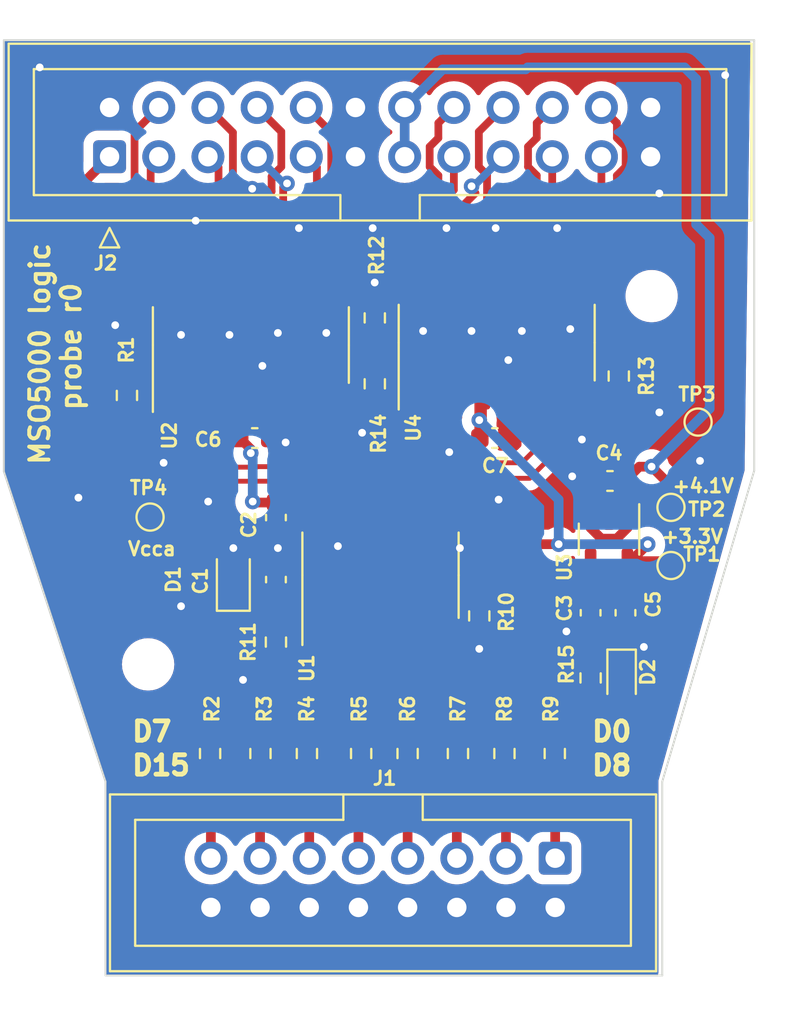
<source format=kicad_pcb>
(kicad_pcb (version 20221018) (generator pcbnew)
  (layers (0 "F.Cu" signal) (31 "B.Cu" signal) (34 "B.Paste" user) (35 "F.Paste" user) (36 "B.SilkS" user "B.Silkscreen") (37 "F.SilkS" user "F.Silkscreen") (38 "B.Mask" user) (39 "F.Mask" user) (44 "Edge.Cuts" user))
  (net 0 "")
  (net 1 "VCC")
  (net 2 "GND")
  (net 3 "+3V3")
  (net 4 "Net-(U3-BP)")
  (net 5 "+4V")
  (net 6 "/D7")
  (net 7 "/D6")
  (net 8 "/D5")
  (net 9 "/D4")
  (net 10 "/D3")
  (net 11 "/D2")
  (net 12 "/D1")
  (net 13 "/D0")
  (net 14 "/D0_P")
  (net 15 "/D0_N")
  (net 16 "/D1_P")
  (net 17 "/D1_N")
  (net 18 "/D2_P")
  (net 19 "/D2_N")
  (net 20 "/D3_P")
  (net 21 "/D3_N")
  (net 22 "/D4_P")
  (net 23 "/D4_N")
  (net 24 "/D5_P")
  (net 25 "/D5_N")
  (net 26 "/D6_P")
  (net 27 "/D6_N")
  (net 28 "/D7_P")
  (net 29 "/D7_N")
  (net 30 "Net-(U2-EN)")
  (net 31 "Net-(U1-A1)")
  (net 32 "Net-(U1-A2)")
  (net 33 "Net-(U1-A3)")
  (net 34 "Net-(U1-A4)")
  (net 35 "Net-(U1-A5)")
  (net 36 "Net-(U1-A6)")
  (net 37 "Net-(U1-A7)")
  (net 38 "Net-(U1-A8)")
  (net 39 "Net-(U1-Dir2)")
  (net 40 "Net-(U1-Dir1)")
  (net 41 "Net-(U2-EN*)")
  (net 42 "Net-(U4-EN*)")
  (net 43 "Net-(U4-EN)")
  (net 44 "Net-(U1-B8)")
  (net 45 "Net-(U1-B7)")
  (net 46 "Net-(U1-B6)")
  (net 47 "Net-(U1-B5)")
  (net 48 "Net-(U1-B4)")
  (net 49 "Net-(U1-B3)")
  (net 50 "Net-(U1-B2)")
  (net 51 "Net-(U1-B1)")
  (net 52 "Net-(D2-A)")
  (footprint "Capacitor_SMD:C_0603_1608Metric" (layer "F.Cu") (at 125.3 76.9875 180)
    (fp_text reference "C4")
    (fp_text value "2.2uF")
  )
  (footprint "Resistor_SMD:R_0603_1608Metric" (layer "F.Cu") (at 119.85 91.05 90)
    (fp_text reference "R8")
    (fp_text value "100R")
  )
  (footprint "Capacitor_SMD:C_0603_1608Metric" (layer "F.Cu") (at 124.3 83.7875 -90)
    (fp_text reference "C3")
    (fp_text value "470pF")
  )
  (footprint "Resistor_SMD:R_0603_1608Metric" (layer "F.Cu") (at 108.05 85.3 90)
    (fp_text reference "R11")
    (fp_text value "0R")
  )
  (footprint "MountingHole:MountingHole_2.2mm_M2" (layer "F.Cu") (at 101.45 86.45 90)
    (fp_text reference "H1" hide)
    (fp_text value "MountingHole")
  )
  (footprint "Package_SO:SOIC-16_3.9x9.9mm_P1.27mm" (layer "F.Cu") (at 119.45 69.85 90)
    (fp_text reference "U4")
    (fp_text value "DS90LV047A")
  )
  (footprint "Package_SO:SOIC-16_3.9x9.9mm_P1.27mm" (layer "F.Cu") (at 106.755 69.975 90)
    (fp_text reference "U2")
    (fp_text value "DS90LV047A")
  )
  (footprint "LED_SMD:LED_0603_1608Metric" (layer "F.Cu") (at 125.9 87.175 -90)
    (fp_text reference "D2")
    (fp_text value "LED_GRN")
  )
  (footprint "Resistor_SMD:R_0603_1608Metric" (layer "F.Cu") (at 112.45 91.05 90)
    (fp_text reference "R5")
    (fp_text value "100R")
  )
  (footprint "Resistor_SMD:R_0603_1608Metric" (layer "F.Cu") (at 125.755 71.575 -90)
    (fp_text reference "R13")
    (fp_text value "0R")
  )
  (footprint "TestPoint:TestPoint_Pad_D1.0mm" (layer "F.Cu") (at 128.45 78.35 90)
    (fp_text reference "TP2")
    (fp_text value "TP_1MM")
  )
  (footprint "Resistor_SMD:R_0603_1608Metric" (layer "F.Cu") (at 124.3 87.15 -90)
    (fp_text reference "R15")
    (fp_text value "1K")
  )
  (footprint "TestPoint:TestPoint_Pad_D1.0mm" (layer "F.Cu") (at 101.55 78.85 90)
    (fp_text reference "TP4")
    (fp_text value "TP_1MM")
  )
  (footprint "TestPoint:TestPoint_Pad_D1.0mm" (layer "F.Cu") (at 129.85 73.95 90)
    (fp_text reference "TP3")
    (fp_text value "TP_1MM")
  )
  (footprint "Resistor_SMD:R_0603_1608Metric" (layer "F.Cu") (at 122.45 91.05 90)
    (fp_text reference "R9")
    (fp_text value "100R")
  )
  (footprint "Resistor_SMD:R_0603_1608Metric" (layer "F.Cu") (at 100.355 72.575 -90)
    (fp_text reference "R1")
    (fp_text value "0R")
  )
  (footprint "Resistor_SMD:R_0603_1608Metric" (layer "F.Cu") (at 114.85 91.05 90)
    (fp_text reference "R6")
    (fp_text value "100R")
  )
  (footprint "MountingHole:MountingHole_2.2mm_M2" (layer "F.Cu") (at 127.45 67.45 90)
    (fp_text reference "H2" hide)
    (fp_text value "MountingHole")
  )
  (footprint "Diode_SMD:D_SOD-323" (layer "F.Cu") (at 105.85 82.075 90)
    (fp_text reference "D1")
    (fp_text value "3.9V 5%")
  )
  (footprint "Connector_IDC:IDC-Header_2x08_P2.54mm_Vertical" (layer "F.Cu") (at 122.47 96.45 -90)
    (fp_text reference "J1")
    (fp_text value "IDC_HEADER_02x08")
  )
  (footprint "TestPoint:TestPoint_Pad_D1.0mm" (layer "F.Cu") (at 128.45 81.35 90)
    (fp_text reference "TP1")
    (fp_text value "TP_1MM")
  )
  (footprint "Resistor_SMD:R_0603_1608Metric" (layer "F.Cu") (at 109.65 91.05 90)
    (fp_text reference "R4")
    (fp_text value "100R")
  )
  (footprint "Capacitor_SMD:C_0603_1608Metric" (layer "F.Cu") (at 106.955 74.775)
    (fp_text reference "C6")
    (fp_text value "0.1uF")
  )
  (footprint "Resistor_SMD:R_0603_1608Metric" (layer "F.Cu") (at 113.155 71.975 -90)
    (fp_text reference "R14")
    (fp_text value "0R")
  )
  (footprint "Resistor_SMD:R_0603_1608Metric" (layer "F.Cu") (at 104.65 91.05 90)
    (fp_text reference "R2")
    (fp_text value "100R")
  )
  (footprint "Resistor_SMD:R_0603_1608Metric" (layer "F.Cu") (at 113.155 68.575 -90)
    (fp_text reference "R12")
    (fp_text value "0R")
  )
  (footprint "Package_SO:TSSOP-24_4.4x7.8mm_P0.65mm" (layer "F.Cu") (at 113.45 81.85 90)
    (fp_text reference "U1")
    (fp_text value "SN74AXC8T245")
  )
  (footprint "Capacitor_SMD:C_0603_1608Metric" (layer "F.Cu") (at 108.05 78.875 -90)
    (fp_text reference "C2")
    (fp_text value "0.1uF")
  )
  (footprint "idc:IDC-Header_2x12_P2.54mm_Vertical" (layer "F.Cu") (at 99.458 60.259 90)
    (fp_text reference "J2")
    (fp_text value "IDC_HEADER_2x12")
  )
  (footprint "Resistor_SMD:R_0603_1608Metric" (layer "F.Cu") (at 118.55 83.95 90)
    (fp_text reference "R10")
    (fp_text value "0R")
  )
  (footprint "Resistor_SMD:R_0603_1608Metric" (layer "F.Cu") (at 107.25 91.05 90)
    (fp_text reference "R3")
    (fp_text value "100R")
  )
  (footprint "Package_TO_SOT_SMD:SOT-23-5" (layer "F.Cu") (at 125.25 79.9875 -90)
    (fp_text reference "U3")
    (fp_text value "MIC5205-3.3YM5")
  )
  (footprint "Capacitor_SMD:C_0603_1608Metric" (layer "F.Cu") (at 126.1 83.7875 -90)
    (fp_text reference "C5")
    (fp_text value "2.2uF")
  )
  (footprint "Resistor_SMD:R_0603_1608Metric" (layer "F.Cu") (at 117.45 91.05 90)
    (fp_text reference "R7")
    (fp_text value "100R")
  )
  (footprint "Capacitor_SMD:C_0603_1608Metric" (layer "F.Cu") (at 119.355 74.775)
    (fp_text reference "C7")
    (fp_text value "0.1uF")
  )
  (footprint "Capacitor_SMD:C_0603_1608Metric" (layer "F.Cu") (at 108.05 82.075 90)
    (fp_text reference "C1")
    (fp_text value "0.1uF")
  )
  (gr_line (start 99.25 102.5) (end 128 102.5) (stroke (width 0.1)) (layer "Edge.Cuts"))
  (gr_line (start 99.25 92.5) (end 99.25 102.5) (stroke (width 0.1)) (layer "Edge.Cuts"))
  (gr_line (start 128 102.5) (end 128 92.5) (stroke (width 0.1)) (layer "Edge.Cuts"))
  (gr_line (start 132.75 76.45) (end 132.75 54.25) (stroke (width 0.1)) (layer "Edge.Cuts"))
  (gr_line (start 94 54.25) (end 94 76.5) (stroke (width 0.1)) (layer "Edge.Cuts"))
  (gr_line (start 132.75 54.25) (end 94 54.25) (stroke (width 0.1)) (layer "Edge.Cuts"))
  (gr_line (start 128 92.5) (end 132.75 76.45) (stroke (width 0.1)) (layer "Edge.Cuts"))
  (gr_line (start 94 76.5) (end 99.25 92.5) (stroke (width 0.1)) (layer "Edge.Cuts"))
  (gr_text "D0" (at 124.25 90.5) (layer "F.SilkS") (effects (font (size 1 1) (thickness 0.25) bold) (justify left bottom)))
  (gr_text "D7" (at 100.5 90.5) (layer "F.SilkS") (effects (font (size 1 1) (thickness 0.25) bold) (justify left bottom)))
  (gr_text "D15" (at 100.5 92.25) (layer "F.SilkS") (effects (font (size 1 1) (thickness 0.25) bold) (justify left bottom)))
  (gr_text "D8" (at 124.25 92.25) (layer "F.SilkS") (effects (font (size 1 1) (thickness 0.25) bold) (justify left bottom)))
  (gr_text "+4.1V" (at 128.45 77.65) (layer "F.SilkS") (effects (font (size 0.7 0.7)) (justify left bottom)))
  (gr_text "Vcca" (at 100.33 80.899) (layer "F.SilkS") (effects (font (size 0.7 0.7)) (justify left bottom)))
  (gr_text "MSO5000 logic \nprobe r0" (at 98.05 70.05 90) (layer "F.SilkS") (effects (font (size 1 1) (thickness 0.2) bold) (justify bottom)))
  (gr_text "+3.3V" (at 127.889 80.264) (layer "F.SilkS") (effects (font (size 0.7 0.7)) (justify left bottom)))
  (segment (start 105.45 82.85) (end 108.05 82.85) (width 0.5) (layer "F.Cu") (net 1))
  (segment (start 108.35 83.15) (end 109.25 83.15) (width 0.5) (layer "F.Cu") (net 1))
  (segment (start 108.05 84.475) (end 108.05 82.85) (width 0.25) (layer "F.Cu") (net 1))
  (segment (start 108.05 82.85) (end 108.35 83.15) (width 0.5) (layer "F.Cu") (net 1))
  (segment (start 108.05 82.85) (end 106.125 82.85) (width 0.25) (layer "F.Cu") (net 1))
  (segment (start 109.25 83.15) (end 109.875 83.775) (width 0.5) (layer "F.Cu") (net 1))
  (segment (start 99.458 60.259) (end 96.85 62.867) (width 0.5) (layer "F.Cu") (net 1))
  (segment (start 96.85 62.867) (end 96.85 74.25) (width 0.5) (layer "F.Cu") (net 1))
  (segment (start 96.85 74.25) (end 105.45 82.85) (width 0.5) (layer "F.Cu") (net 1))
  (segment (start 106.125 82.85) (end 105.85 83.125) (width 0.25) (layer "F.Cu") (net 1))
  (segment (start 109.875 83.775) (end 109.875 83.95) (width 0.5) (layer "F.Cu") (net 1))
  (segment (start 109.875 83.95) (end 109.875 84.7125) (width 0.25) (layer "F.Cu") (net 1))
  (segment (start 108.05 80.55) (end 108.15 80.45) (width 0.25) (layer "F.Cu") (net 2))
  (segment (start 125.25 77.7125) (end 124.525 76.9875) (width 0.5) (layer "F.Cu") (net 2))
  (segment (start 107.39 71.09) (end 107.35 71.05) (width 0.25) (layer "F.Cu") (net 2))
  (segment (start 118.55 84.775) (end 118.55 85.65) (width 0.25) (layer "F.Cu") (net 2))
  (segment (start 117.025 79.925) (end 117.55 80.45) (width 0.25) (layer "F.Cu") (net 2))
  (segment (start 108.05 81.3) (end 108.05 80.55) (width 0.25) (layer "F.Cu") (net 2))
  (segment (start 120.085 72.325) (end 120.085 74.73) (width 0.25) (layer "F.Cu") (net 2))
  (segment (start 120.085 70.785) (end 120.05 70.75) (width 0.25) (layer "F.Cu") (net 2))
  (segment (start 108.05 80.35) (end 108.15 80.45) (width 0.25) (layer "F.Cu") (net 2))
  (segment (start 113.155 67.75) (end 113.155 66.755) (width 0.25) (layer "F.Cu") (net 2))
  (segment (start 108.05 79.65) (end 108.05 80.35) (width 0.25) (layer "F.Cu") (net 2))
  (segment (start 107.39 74.435) (end 107.73 74.775) (width 0.25) (layer "F.Cu") (net 2))
  (segment (start 108.55 75) (end 107.955 75) (width 0.25) (layer "F.Cu") (net 2))
  (segment (start 117.025 78.9875) (end 117.025 79.925) (width 0.25) (layer "F.Cu") (net 2))
  (segment (start 113.155 66.755) (end 113.15 66.75) (width 0.25) (layer "F.Cu") (net 2))
  (segment (start 107.39 72.45) (end 107.39 74.435) (width 0.25) (layer "F.Cu") (net 2))
  (segment (start 120.085 72.325) (end 120.085 70.785) (width 0.25) (layer "F.Cu") (net 2))
  (segment (start 105.85 81.025) (end 105.85 80.45) (width 0.25) (layer "F.Cu") (net 2))
  (segment (start 120.085 74.73) (end 120.13 74.775) (width 0.25) (layer "F.Cu") (net 2))
  (segment (start 111.175 78.9875) (end 111.175 80.275) (width 0.25) (layer "F.Cu") (net 2))
  (segment (start 125.25 78.85) (end 125.25 77.7125) (width 0.5) (layer "F.Cu") (net 2))
  (segment (start 107.39 72.45) (end 107.39 71.09) (width 0.25) (layer "F.Cu") (net 2))
  (segment (start 107.955 75) (end 107.73 74.775) (width 0.25) (layer "F.Cu") (net 2))
  (segment (start 111.175 80.275) (end 111.25 80.35) (width 0.25) (layer "F.Cu") (net 2))
  (via (at 119.55 77.95) (size 0.8) (drill 0.4) (layers "F.Cu" "B.Cu") (net 2))
  (via (at 131.25 56.05) (size 0.8) (drill 0.4) (layers "F.Cu" "B.Cu") (net 2))
  (via (at 106.35 87.25) (size 0.8) (drill 0.4) (layers "F.Cu" "B.Cu") (net 2))
  (via (at 123.35 76.75) (size 0.8) (drill 0.4) (layers "F.Cu" "B.Cu") (net 2))
  (via (at 95.85 55.65) (size 0.8) (drill 0.4) (layers "F.Cu" "B.Cu") (net 2))
  (via (at 129.95 75.95) (size 0.8) (drill 0.4) (layers "F.Cu" "B.Cu") (net 2))
  (via (at 104.55 78.05) (size 0.8) (drill 0.4) (layers "F.Cu" "B.Cu") (net 2))
  (via (at 103.903 63.561) (size 0.8) (drill 0.4) (layers "F.Cu" "B.Cu") (net 2))
  (via (at 109.237 63.942) (size 0.8) (drill 0.4) (layers "F.Cu" "B.Cu") (net 2))
  (via (at 99.75 68.95) (size 0.8) (drill 0.4) (layers "F.Cu" "B.Cu") (net 2))
  (via (at 103.15 83.45) (size 0.8) (drill 0.4) (layers "F.Cu" "B.Cu") (net 2))
  (via (at 116.857 63.942) (size 0.8) (drill 0.4) (layers "F.Cu" "B.Cu") (net 2))
  (via (at 107.35 71.05) (size 0.8) (drill 0.4) (layers "F.Cu" "B.Cu") (net 2))
  (via (at 102.25 76.05) (size 0.8) (drill 0.4) (layers "F.Cu" "B.Cu") (net 2))
  (via (at 105.85 80.45) (size 0.8) (drill 0.4) (layers "F.Cu" "B.Cu") (net 2))
  (via (at 120.05 70.75) (size 0.8) (drill 0.4) (layers "F.Cu" "B.Cu") (net 2))
  (via (at 123.85 74.85) (size 0.8) (drill 0.4) (layers "F.Cu" "B.Cu") (net 2))
  (via (at 127.05 85.55) (size 0.8) (drill 0.4) (layers "F.Cu" "B.Cu") (net 2))
  (via (at 108.55 75) (size 0.8) (drill 0.4) (layers "F.Cu" "B.Cu") (net 2))
  (via (at 119.397 63.942) (size 0.8) (drill 0.4) (layers "F.Cu" "B.Cu") (net 2))
  (via (at 118.15 69.25) (size 0.8) (drill 0.4) (layers "F.Cu" "B.Cu") (net 2))
  (via (at 123.05 84.75) (size 0.8) (drill 0.4) (layers "F.Cu" "B.Cu") (net 2))
  (via (at 108.15 80.45) (size 0.8) (drill 0.4) (layers "F.Cu" "B.Cu") (net 2))
  (via (at 122.572 63.942) (size 0.8) (drill 0.4) (layers "F.Cu" "B.Cu") (net 2))
  (via (at 123.25 69.15) (size 0.8) (drill 0.4) (layers "F.Cu" "B.Cu") (net 2))
  (via (at 113.15 66.75) (size 0.8) (drill 0.4) (layers "F.Cu" "B.Cu") (net 2))
  (via (at 103.15 69.45) (size 0.8) (drill 0.4) (layers "F.Cu" "B.Cu") (net 2))
  (via (at 108.15 69.35) (size 0.8) (drill 0.4) (layers "F.Cu" "B.Cu") (net 2))
  (via (at 115.65 69.25) (size 0.8) (drill 0.4) (layers "F.Cu" "B.Cu") (net 2))
  (via (at 97.85 77.85) (size 0.8) (drill 0.4) (layers "F.Cu" "B.Cu") (net 2))
  (via (at 111.25 80.35) (size 0.8) (drill 0.4) (layers "F.Cu" "B.Cu") (net 2))
  (via (at 113.047 63.942) (size 0.8) (drill 0.4) (layers "F.Cu" "B.Cu") (net 2))
  (via (at 105.65 69.45) (size 0.8) (drill 0.4) (layers "F.Cu" "B.Cu") (net 2))
  (via (at 112.5 74.5) (size 0.8) (drill 0.4) (layers "F.Cu" "B.Cu") (net 2))
  (via (at 117 75.5) (size 0.8) (drill 0.4) (layers "F.Cu" "B.Cu") (net 2))
  (via (at 110.65 69.35) (size 0.8) (drill 0.4) (layers "F.Cu" "B.Cu") (net 2))
  (via (at 120.75 69.25) (size 0.8) (drill 0.4) (layers "F.Cu" "B.Cu") (net 2))
  (via (at 106.824 61.91) (size 0.8) (drill 0.4) (layers "F.Cu" "B.Cu") (net 2))
  (via (at 127.85 73.45) (size 0.8) (drill 0.4) (layers "F.Cu" "B.Cu") (net 2))
  (via (at 117.55 80.45) (size 0.8) (drill 0.4) (layers "F.Cu" "B.Cu") (net 2))
  (via (at 127.85 62.15) (size 0.8) (drill 0.4) (layers "F.Cu" "B.Cu") (net 2))
  (via (at 118.55 85.65) (size 0.8) (drill 0.4) (layers "F.Cu" "B.Cu") (net 2))
  (segment (start 118.815 72.325) (end 118.815 74.54) (width 0.25) (layer "F.Cu") (net 3))
  (segment (start 110.15 78.95) (end 108.9 78.95) (width 0.5) (layer "F.Cu") (net 3))
  (segment (start 106.75 75.345) (end 106.18 74.775) (width 0.5) (layer "F.Cu") (net 3))
  (segment (start 108.05 78.1) (end 106.9 78.1) (width 0.5) (layer "F.Cu") (net 3))
  (segment (start 118.35 81.45) (end 111.147918 81.45) (width 0.5) (layer "F.Cu") (net 3))
  (segment (start 106.18 72.51) (end 106.12 72.45) (width 0.25) (layer "F.Cu") (net 3))
  (segment (start 110.15 78.95) (end 109.9125 78.95) (width 0.5) (layer "F.Cu") (net 3))
  (segment (start 113.28 71.025) (end 118.125 71.025) (width 0.25) (layer "F.Cu") (net 3))
  (segment (start 119.55 80.25) (end 118.35 81.45) (width 0.5) (layer "F.Cu") (net 3))
  (segment (start 126.2 82.9125) (end 126.1 83.0125) (width 0.5) (layer "F.Cu") (net 3))
  (segment (start 110.15 80.452082) (end 110.15 78.95) (width 0.5) (layer "F.Cu") (net 3))
  (segment (start 126.2 81.125) (end 126.375 81.125) (width 0.5) (layer "F.Cu") (net 3))
  (segment (start 126.375 81.125) (end 127.25 80.25) (width 0.5) (layer "F.Cu") (net 3))
  (segment (start 118.55 72.59) (end 118.815 72.325) (width 0.5) (layer "F.Cu") (net 3))
  (segment (start 125.1 84.0125) (end 126.1 83.0125) (width 0.25) (layer "F.Cu") (net 3))
  (segment (start 126.2 81.125) (end 126.2 82.9125) (width 0.5) (layer "F.Cu") (net 3))
  (segment (start 128.225 81.125) (end 128.45 81.35) (width 0.5) (layer "F.Cu") (net 3))
  (segment (start 100.355 71.75) (end 100.955 71.15) (width 0.25) (layer "F.Cu") (net 3))
  (segment (start 124.3 86.325) (end 125.1 85.525) (width 0.25) (layer "F.Cu") (net 3))
  (segment (start 106.75 75.55) (end 106.75 75.345) (width 0.5) (layer "F.Cu") (net 3))
  (segment (start 113.155 71.15) (end 113.28 71.025) (width 0.25) (layer "F.Cu") (net 3))
  (segment (start 118.125 71.025) (end 118.815 71.715) (width 0.25) (layer "F.Cu") (net 3))
  (segment (start 100.955 71.15) (end 105.85 71.15) (width 0.25) (layer "F.Cu") (net 3))
  (segment (start 118.815 71.715) (end 118.815 72.325) (width 0.25) (layer "F.Cu") (net 3))
  (segment (start 106.18 74.775) (end 106.18 72.51) (width 0.25) (layer "F.Cu") (net 3))
  (segment (start 105.85 71.15) (end 106.12 71.42) (width 0.25) (layer "F.Cu") (net 3))
  (segment (start 118.55 73.85) (end 118.55 74.745) (width 0.5) (layer "F.Cu") (net 3))
  (segment (start 122.65 80.25) (end 119.55 80.25) (width 0.5) (layer "F.Cu") (net 3))
  (segment (start 109.9125 78.95) (end 109.875 78.9875) (width 0.5) (layer "F.Cu") (net 3))
  (segment (start 106.12 71.42) (end 106.12 72.45) (width 0.25) (layer "F.Cu") (net 3))
  (segment (start 118.55 73.85) (end 118.55 72.59) (width 0.5) (layer "F.Cu") (net 3))
  (segment (start 118.55 74.745) (end 118.58 74.775) (width 0.5) (layer "F.Cu") (net 3))
  (segment (start 126.2 81.125) (end 128.225 81.125) (width 0.5) (layer "F.Cu") (net 3))
  (segment (start 108.9 78.95) (end 108.05 78.1) (width 0.5) (layer "F.Cu") (net 3))
  (segment (start 109.875 78.9875) (end 110.525 78.9875) (width 0.5) (layer "F.Cu") (net 3))
  (segment (start 125.1 85.525) (end 125.1 84.0125) (width 0.25) (layer "F.Cu") (net 3))
  (segment (start 106.9 78.1) (end 106.85 78.05) (width 0.5) (layer "F.Cu") (net 3))
  (segment (start 111.147918 81.45) (end 110.15 80.452082) (width 0.5) (layer "F.Cu") (net 3))
  (segment (start 118.815 74.54) (end 118.58 74.775) (width 0.25) (layer "F.Cu") (net 3))
  (via (at 106.75 75.55) (size 0.8) (drill 0.4) (layers "F.Cu" "B.Cu") (net 3))
  (via (at 122.65 80.25) (size 0.8) (drill 0.4) (layers "F.Cu" "B.Cu") (net 3))
  (via (at 127.25 80.25) (size 0.8) (drill 0.4) (layers "F.Cu" "B.Cu") (net 3))
  (via (at 118.55 73.85) (size 0.8) (drill 0.4) (layers "F.Cu" "B.Cu") (net 3))
  (via (at 106.85 78.05) (size 0.8) (drill 0.4) (layers "F.Cu" "B.Cu") (net 3))
  (segment (start 122.65 77.95) (end 118.55 73.85) (width 0.5) (layer "B.Cu") (net 3))
  (segment (start 122.65 80.25) (end 122.65 77.95) (width 0.5) (layer "B.Cu") (net 3))
  (segment (start 106.85 75.65) (end 106.75 75.55) (width 0.5) (layer "B.Cu") (net 3))
  (segment (start 106.85 78.05) (end 106.85 75.65) (width 0.5) (layer "B.Cu") (net 3))
  (segment (start 127.25 80.25) (end 122.65 80.25) (width 0.5) (layer "B.Cu") (net 3))
  (segment (start 124.3 81.125) (end 124.3 83.0125) (width 0.5) (layer "F.Cu") (net 4))
  (segment (start 124.851472 79.9625) (end 125.648528 79.9625) (width 0.5) (layer "F.Cu") (net 5))
  (segment (start 125.648528 79.9625) (end 126.2 79.411028) (width 0.5) (layer "F.Cu") (net 5))
  (segment (start 126.2 79.411028) (end 126.2 78.85) (width 0.5) (layer "F.Cu") (net 5))
  (segment (start 124.3 79.411028) (end 124.851472 79.9625) (width 0.5) (layer "F.Cu") (net 5))
  (segment (start 124.3 78.85) (end 124.3 79.411028) (width 0.5) (layer "F.Cu") (net 5))
  (segment (start 126.075 78.725) (end 126.2 78.85) (width 0.5) (layer "F.Cu") (net 5))
  (segment (start 127.45 76.25) (end 126.8125 76.25) (width 0.5) (layer "F.Cu") (net 5))
  (segment (start 126.8125 76.25) (end 126.075 76.9875) (width 0.5) (layer "F.Cu") (net 5))
  (segment (start 128.45 77.25) (end 127.45 76.25) (width 0.5) (layer "F.Cu") (net 5))
  (segment (start 126.075 76.9875) (end 126.075 78.725) (width 0.5) (layer "F.Cu") (net 5))
  (segment (start 128.45 78.35) (end 128.45 77.25) (width 0.5) (layer "F.Cu") (net 5))
  (via (at 127.45 76.25) (size 0.8) (drill 0.4) (layers "F.Cu" "B.Cu") (net 5))
  (segment (start 130.45 64.45) (end 130.45 73.25) (width 0.5) (layer "B.Cu") (net 5))
  (segment (start 130.45 73.25) (end 127.45 76.25) (width 0.5) (layer "B.Cu") (net 5))
  (segment (start 129.75 56.25) (end 129.75 63.75) (width 0.5) (layer "B.Cu") (net 5))
  (segment (start 114.698 57.719) (end 114.698 60.259) (width 0.5) (layer "B.Cu") (net 5))
  (segment (start 121.05 55.65) (end 129.15 55.65) (width 0.5) (layer "B.Cu") (net 5))
  (segment (start 116.667 55.75) (end 120.95 55.75) (width 0.5) (layer "B.Cu") (net 5))
  (segment (start 120.95 55.75) (end 121.05 55.65) (width 0.5) (layer "B.Cu") (net 5))
  (segment (start 129.75 63.75) (end 130.45 64.45) (width 0.5) (layer "B.Cu") (net 5))
  (segment (start 129.15 55.65) (end 129.75 56.25) (width 0.5) (layer "B.Cu") (net 5))
  (segment (start 114.698 57.719) (end 116.667 55.75) (width 0.5) (layer "B.Cu") (net 5))
  (segment (start 104.69 91.915) (end 104.65 91.875) (width 0.5) (layer "F.Cu") (net 6))
  (segment (start 104.69 96.45) (end 104.69 91.915) (width 0.5) (layer "F.Cu") (net 6))
  (segment (start 107.23 91.895) (end 107.25 91.875) (width 0.5) (layer "F.Cu") (net 7))
  (segment (start 107.23 96.45) (end 107.23 91.895) (width 0.5) (layer "F.Cu") (net 7))
  (segment (start 109.77 96.45) (end 109.77 91.995) (width 0.5) (layer "F.Cu") (net 8))
  (segment (start 109.77 91.995) (end 109.65 91.875) (width 0.5) (layer "F.Cu") (net 8))
  (segment (start 112.31 92.015) (end 112.45 91.875) (width 0.5) (layer "F.Cu") (net 9))
  (segment (start 112.31 96.45) (end 112.31 92.015) (width 0.5) (layer "F.Cu") (net 9))
  (segment (start 114.85 96.45) (end 114.85 91.875) (width 0.5) (layer "F.Cu") (net 10))
  (segment (start 117.39 91.935) (end 117.45 91.875) (width 0.5) (layer "F.Cu") (net 11))
  (segment (start 117.39 96.45) (end 117.39 91.935) (width 0.5) (layer "F.Cu") (net 11))
  (segment (start 119.93 91.955) (end 119.85 91.875) (width 0.5) (layer "F.Cu") (net 12))
  (segment (start 119.93 96.45) (end 119.93 91.955) (width 0.5) (layer "F.Cu") (net 12))
  (segment (start 122.47 96.45) (end 122.47 91.895) (width 0.5) (layer "F.Cu") (net 13))
  (segment (start 122.47 91.895) (end 122.45 91.875) (width 0.5) (layer "F.Cu") (net 13))
  (segment (start 124.858 65.142) (end 124.858 60.259) (width 0.4) (layer "F.Cu") (net 14))
  (segment (start 122.625 66.556) (end 123.181 66) (width 0.4) (layer "F.Cu") (net 14))
  (segment (start 123.181 66) (end 124 66) (width 0.4) (layer "F.Cu") (net 14))
  (segment (start 122.625 67.375) (end 122.625 66.556) (width 0.4) (layer "F.Cu") (net 14))
  (segment (start 124 66) (end 124.858 65.142) (width 0.4) (layer "F.Cu") (net 14))
  (segment (start 125.658 65.428) (end 125.658 61.226767) (width 0.4) (layer "F.Cu") (net 15))
  (segment (start 126.108 59.741233) (end 125.658 59.291233) (width 0.4) (layer "F.Cu") (net 15))
  (segment (start 125.658 61.226767) (end 126.108 60.776767) (width 0.4) (layer "F.Cu") (net 15))
  (segment (start 123.895 67.375) (end 123.895 67.191) (width 0.4) (layer "F.Cu") (net 15))
  (segment (start 125.658 58.519) (end 124.858 57.719) (width 0.4) (layer "F.Cu") (net 15))
  (segment (start 125.658 59.291233) (end 125.658 58.519) (width 0.4) (layer "F.Cu") (net 15))
  (segment (start 126.108 60.776767) (end 126.108 59.741233) (width 0.4) (layer "F.Cu") (net 15))
  (segment (start 123.895 67.191) (end 125.658 65.428) (width 0.4) (layer "F.Cu") (net 15))
  (segment (start 121.12 66.3) (end 121.12 63.038686) (width 0.4) (layer "F.Cu") (net 16))
  (segment (start 121.355 67.375) (end 121.355 66.535) (width 0.4) (layer "F.Cu") (net 16))
  (segment (start 122.318 61.840686) (end 122.318 60.259) (width 0.4) (layer "F.Cu") (net 16))
  (segment (start 121.12 63.038686) (end 122.318 61.840686) (width 0.4) (layer "F.Cu") (net 16))
  (segment (start 121.355 66.535) (end 121.12 66.3) (width 0.4) (layer "F.Cu") (net 16))
  (segment (start 121.068 59.741233) (end 121.518 59.291233) (width 0.4) (layer "F.Cu") (net 17))
  (segment (start 121.518 58.519) (end 122.318 57.719) (width 0.4) (layer "F.Cu") (net 17))
  (segment (start 121.518 61.226767) (end 121.068 60.776767) (width 0.4) (layer "F.Cu") (net 17))
  (segment (start 120.085 66.556) (end 120.32 66.321) (width 0.4) (layer "F.Cu") (net 17))
  (segment (start 121.068 60.776767) (end 121.068 59.741233) (width 0.4) (layer "F.Cu") (net 17))
  (segment (start 121.518 59.291233) (end 121.518 58.519) (width 0.4) (layer "F.Cu") (net 17))
  (segment (start 120.085 67.375) (end 120.085 66.556) (width 0.4) (layer "F.Cu") (net 17))
  (segment (start 120.32 66.321) (end 120.32 62.707314) (width 0.4) (layer "F.Cu") (net 17))
  (segment (start 121.518 61.509314) (end 121.518 61.226767) (width 0.4) (layer "F.Cu") (net 17))
  (segment (start 120.32 62.707314) (end 121.518 61.509314) (width 0.4) (layer "F.Cu") (net 17))
  (segment (start 118.352157 62.135157) (end 118.152657 61.935657) (width 0.4) (layer "F.Cu") (net 18))
  (segment (start 117.545 67.375) (end 117.545 66.556) (width 0.4) (layer "F.Cu") (net 18))
  (segment (start 118.152657 61.935657) (end 118.152657 61.783) (width 0.4) (layer "F.Cu") (net 18))
  (segment (start 117.78 66.321) (end 117.78 62.707314) (width 0.4) (layer "F.Cu") (net 18))
  (segment (start 117.545 66.556) (end 117.78 66.321) (width 0.4) (layer "F.Cu") (net 18))
  (segment (start 117.78 62.707314) (end 118.352157 62.135157) (width 0.4) (layer "F.Cu") (net 18))
  (via (at 118.152657 61.783) (size 0.8) (drill 0.4) (layers "F.Cu" "B.Cu") (net 18))
  (segment (start 118.254 61.783) (end 119.778 60.259) (width 0.4) (layer "B.Cu") (net 18))
  (segment (start 118.152657 61.783) (end 118.254 61.783) (width 0.4) (layer "B.Cu") (net 18))
  (segment (start 118.528 58.969) (end 119.778 57.719) (width 0.4) (layer "F.Cu") (net 19))
  (segment (start 118.58 63.038686) (end 118.952157 62.666529) (width 0.4) (layer "F.Cu") (net 19))
  (segment (start 118.952157 62.666529) (end 118.952157 61.200924) (width 0.4) (layer "F.Cu") (net 19))
  (segment (start 118.815 66.535) (end 118.58 66.3) (width 0.4) (layer "F.Cu") (net 19))
  (segment (start 118.815 67.375) (end 118.815 66.535) (width 0.4) (layer "F.Cu") (net 19))
  (segment (start 118.58 66.3) (end 118.58 63.038686) (width 0.4) (layer "F.Cu") (net 19))
  (segment (start 118.528 60.776767) (end 118.528 58.969) (width 0.4) (layer "F.Cu") (net 19))
  (segment (start 118.952157 61.200924) (end 118.528 60.776767) (width 0.4) (layer "F.Cu") (net 19))
  (segment (start 116.275 66.535) (end 116.04 66.3) (width 0.4) (layer "F.Cu") (net 20))
  (segment (start 116.275 67.375) (end 116.275 66.535) (width 0.4) (layer "F.Cu") (net 20))
  (segment (start 117.238 61.967686) (end 117.238 60.259) (width 0.4) (layer "F.Cu") (net 20))
  (segment (start 116.04 63.165686) (end 117.238 61.967686) (width 0.4) (layer "F.Cu") (net 20))
  (segment (start 116.04 66.3) (end 116.04 63.165686) (width 0.4) (layer "F.Cu") (net 20))
  (segment (start 115.988 59.741233) (end 116.438 59.291233) (width 0.4) (layer "F.Cu") (net 21))
  (segment (start 116.438 61.636314) (end 116.438 61.226767) (width 0.4) (layer "F.Cu") (net 21))
  (segment (start 116.438 61.226767) (end 115.988 60.776767) (width 0.4) (layer "F.Cu") (net 21))
  (segment (start 115.005 67.375) (end 115.005 66.429) (width 0.4) (layer "F.Cu") (net 21))
  (segment (start 115.24 66.194) (end 115.24 62.834314) (width 0.4) (layer "F.Cu") (net 21))
  (segment (start 115.005 66.429) (end 115.24 66.194) (width 0.4) (layer "F.Cu") (net 21))
  (segment (start 116.438 59.291233) (end 116.438 58.519) (width 0.4) (layer "F.Cu") (net 21))
  (segment (start 115.24 62.834314) (end 116.438 61.636314) (width 0.4) (layer "F.Cu") (net 21))
  (segment (start 115.988 60.776767) (end 115.988 59.741233) (width 0.4) (layer "F.Cu") (net 21))
  (segment (start 116.438 58.519) (end 117.238 57.719) (width 0.4) (layer "F.Cu") (net 21))
  (segment (start 109.93 66.678) (end 110.165 66.443) (width 0.4) (layer "F.Cu") (net 22))
  (segment (start 110.165 60.806) (end 109.618 60.259) (width 0.4) (layer "F.Cu") (net 22))
  (segment (start 110.165 66.443) (end 110.165 60.806) (width 0.4) (layer "F.Cu") (net 22))
  (segment (start 109.93 67.5) (end 109.93 66.678) (width 0.4) (layer "F.Cu") (net 22))
  (segment (start 110.965 61.707091) (end 110.908 61.650091) (width 0.4) (layer "F.Cu") (net 23))
  (segment (start 110.965 66.305) (end 110.965 61.707091) (width 0.4) (layer "F.Cu") (net 23))
  (segment (start 110.908 59.009) (end 109.618 57.719) (width 0.4) (layer "F.Cu") (net 23))
  (segment (start 110.908 61.650091) (end 110.908 59.009) (width 0.4) (layer "F.Cu") (net 23))
  (segment (start 111.2 66.54) (end 110.965 66.305) (width 0.4) (layer "F.Cu") (net 23))
  (segment (start 111.2 67.5) (end 111.2 66.54) (width 0.4) (layer "F.Cu") (net 23))
  (segment (start 108.66 66.54) (end 108.425 66.305) (width 0.4) (layer "F.Cu") (net 24))
  (segment (start 108.425 66.305) (end 108.425 61.835536) (width 0.4) (layer "F.Cu") (net 24))
  (segment (start 108.66 67.5) (end 108.66 66.54) (width 0.4) (layer "F.Cu") (net 24))
  (segment (start 108.425 61.835536) (end 108.6245 61.636036) (width 0.4) (layer "F.Cu") (net 24))
  (via (at 108.6245 61.636036) (size 0.8) (drill 0.4) (layers "F.Cu" "B.Cu") (net 24))
  (segment (start 108.6245 61.636036) (end 108.455036 61.636036) (width 0.4) (layer "B.Cu") (net 24))
  (segment (start 108.455036 61.636036) (end 107.078 60.259) (width 0.4) (layer "B.Cu") (net 24))
  (segment (start 108.328 58.969) (end 107.078 57.719) (width 0.4) (layer "F.Cu") (net 25))
  (segment (start 108.328 60.776767) (end 108.328 58.969) (width 0.4) (layer "F.Cu") (net 25))
  (segment (start 107.625 62.252) (end 107.825 62.052) (width 0.4) (layer "F.Cu") (net 25))
  (segment (start 107.625 66.316) (end 107.625 62.252) (width 0.4) (layer "F.Cu") (net 25))
  (segment (start 107.825 62.052) (end 107.825 61.279767) (width 0.4) (layer "F.Cu") (net 25))
  (segment (start 107.39 66.551) (end 107.625 66.316) (width 0.4) (layer "F.Cu") (net 25))
  (segment (start 107.39 67.5) (end 107.39 66.551) (width 0.4) (layer "F.Cu") (net 25))
  (segment (start 107.825 61.279767) (end 108.328 60.776767) (width 0.4) (layer "F.Cu") (net 25))
  (segment (start 104.919 67.431) (end 104.85 67.5) (width 0.4) (layer "F.Cu") (net 26))
  (segment (start 104.919 66.482) (end 104.919 67.431) (width 0.4) (layer "F.Cu") (net 26))
  (segment (start 105.085 66.316) (end 105.085 60.806) (width 0.4) (layer "F.Cu") (net 26))
  (segment (start 104.919 66.482) (end 105.085 66.316) (width 0.4) (layer "F.Cu") (net 26))
  (segment (start 105.085 60.806) (end 104.538 60.259) (width 0.4) (layer "F.Cu") (net 26))
  (segment (start 106.12 67.5) (end 106.12 66.54) (width 0.4) (layer "F.Cu") (net 27))
  (segment (start 106.12 66.54) (end 105.885 66.305) (width 0.4) (layer "F.Cu") (net 27))
  (segment (start 105.828 61.544255) (end 105.828 59.009) (width 0.4) (layer "F.Cu") (net 27))
  (segment (start 105.885 61.601255) (end 105.828 61.544255) (width 0.4) (layer "F.Cu") (net 27))
  (segment (start 105.828 59.009) (end 104.538 57.719) (width 0.4) (layer "F.Cu") (net 27))
  (segment (start 105.885 66.305) (end 105.885 61.601255) (width 0.4) (layer "F.Cu") (net 27))
  (segment (start 103.58 66.355) (end 103.58 67.5) (width 0.4) (layer "F.Cu") (net 28))
  (segment (start 103.345 66.12) (end 103.345 64.977314) (width 0.4) (layer "F.Cu") (net 28))
  (segment (start 101.579617 60.677383) (end 101.998 60.259) (width 0.4) (layer "F.Cu") (net 28))
  (segment (start 103.345 64.977314) (end 101.579617 63.211931) (width 0.4) (layer "F.Cu") (net 28))
  (segment (start 103.58 66.355) (end 103.345 66.12) (width 0.4) (layer "F.Cu") (net 28))
  (segment (start 101.579617 63.211931) (end 101.579617 60.677383) (width 0.4) (layer "F.Cu") (net 28))
  (segment (start 100.779617 63.543303) (end 100.779617 61.691169) (width 0.4) (layer "F.Cu") (net 29))
  (segment (start 100.779617 61.691169) (end 100.748 61.659552) (width 0.4) (layer "F.Cu") (net 29))
  (segment (start 102.379 67.431) (end 102.31 67.5) (width 0.4) (layer "F.Cu") (net 29))
  (segment (start 100.748 61.659552) (end 100.748 58.969) (width 0.4) (layer "F.Cu") (net 29))
  (segment (start 102.379 66.482) (end 102.545 66.316) (width 0.4) (layer "F.Cu") (net 29))
  (segment (start 100.748 58.969) (end 101.998 57.719) (width 0.4) (layer "F.Cu") (net 29))
  (segment (start 102.379 66.482) (end 102.379 67.431) (width 0.4) (layer "F.Cu") (net 29))
  (segment (start 102.545 66.316) (end 102.545 65.308686) (width 0.4) (layer "F.Cu") (net 29))
  (segment (start 102.545 65.308686) (end 100.779617 63.543303) (width 0.4) (layer "F.Cu") (net 29))
  (segment (start 100.355 73.4) (end 101.36 73.4) (width 0.25) (layer "F.Cu") (net 30))
  (segment (start 101.36 73.4) (end 102.31 72.45) (width 0.25) (layer "F.Cu") (net 30))
  (segment (start 111.175 85.851041) (end 111.175 84.7125) (width 0.25) (layer "F.Cu") (net 31))
  (segment (start 104.65 90.225) (end 106.032538 90.225) (width 0.25) (layer "F.Cu") (net 31))
  (segment (start 110.801041 86.225) (end 111.175 85.851041) (width 0.25) (layer "F.Cu") (net 31))
  (segment (start 110.032538 86.225) (end 110.801041 86.225) (width 0.25) (layer "F.Cu") (net 31))
  (segment (start 106.032538 90.225) (end 110.032538 86.225) (width 0.25) (layer "F.Cu") (net 31))
  (segment (start 111.825 85.837437) (end 107.437437 90.225) (width 0.25) (layer "F.Cu") (net 32))
  (segment (start 111.825 84.7125) (end 111.825 85.837437) (width 0.25) (layer "F.Cu") (net 32))
  (segment (start 107.437437 90.225) (end 107.25 90.225) (width 0.25) (layer "F.Cu") (net 32))
  (segment (start 109.65 90.225) (end 109.65 89.486) (width 0.25) (layer "F.Cu") (net 33))
  (segment (start 109.65 89.486) (end 112.475 86.661) (width 0.25) (layer "F.Cu") (net 33))
  (segment (start 112.475 86.661) (end 112.475 84.7125) (width 0.25) (layer "F.Cu") (net 33))
  (segment (start 112.45 87.829) (end 112.45 90.225) (width 0.25) (layer "F.Cu") (net 34))
  (segment (start 113.125 84.7125) (end 113.125 87.154) (width 0.25) (layer "F.Cu") (net 34))
  (segment (start 113.125 87.154) (end 112.45 87.829) (width 0.25) (layer "F.Cu") (net 34))
  (segment (start 114.85 88.18) (end 114.85 90.225) (width 0.25) (layer "F.Cu") (net 35))
  (segment (start 113.775 87.105) (end 114.85 88.18) (width 0.25) (layer "F.Cu") (net 35))
  (segment (start 113.775 84.7125) (end 113.775 87.105) (width 0.25) (layer "F.Cu") (net 35))
  (segment (start 114.425 84.7125) (end 114.425 86.485) (width 0.25) (layer "F.Cu") (net 36))
  (segment (start 114.425 86.485) (end 117.45 89.51) (width 0.25) (layer "F.Cu") (net 36))
  (segment (start 117.45 89.51) (end 117.45 90.225) (width 0.25) (layer "F.Cu") (net 36))
  (segment (start 119.411979 90.225) (end 119.85 90.225) (width 0.25) (layer "F.Cu") (net 37))
  (segment (start 115.075 84.7125) (end 115.075 85.888021) (width 0.25) (layer "F.Cu") (net 37))
  (segment (start 115.075 85.888021) (end 119.411979 90.225) (width 0.25) (layer "F.Cu") (net 37))
  (segment (start 115.725 84.7125) (end 115.725 85.401041) (width 0.25) (layer "F.Cu") (net 38))
  (segment (start 118.573959 88.25) (end 121.25 88.25) (width 0.25) (layer "F.Cu") (net 38))
  (segment (start 122.45 89.45) (end 122.45 90.225) (width 0.25) (layer "F.Cu") (net 38))
  (segment (start 121.25 88.25) (end 122.45 89.45) (width 0.25) (layer "F.Cu") (net 38))
  (segment (start 115.725 85.401041) (end 118.573959 88.25) (width 0.25) (layer "F.Cu") (net 38))
  (segment (start 118.55 83.125) (end 118.025 83.65) (width 0.25) (layer "F.Cu") (net 39))
  (segment (start 116.748959 83.65) (end 116.375 84.023959) (width 0.25) (layer "F.Cu") (net 39))
  (segment (start 116.375 84.023959) (end 116.375 84.7125) (width 0.25) (layer "F.Cu") (net 39))
  (segment (start 118.025 83.65) (end 116.748959 83.65) (width 0.25) (layer "F.Cu") (net 39))
  (segment (start 108.05 86.125) (end 108.4 85.775) (width 0.25) (layer "F.Cu") (net 40))
  (segment (start 110.151041 85.775) (end 110.525 85.401041) (width 0.25) (layer "F.Cu") (net 40))
  (segment (start 108.4 85.775) (end 110.151041 85.775) (width 0.25) (layer "F.Cu") (net 40))
  (segment (start 110.525 85.401041) (end 110.525 84.7125) (width 0.25) (layer "F.Cu") (net 40))
  (segment (start 111.2 71.355) (end 111.2 72.45) (width 0.25) (layer "F.Cu") (net 41))
  (segment (start 113.155 69.4) (end 111.2 71.355) (width 0.25) (layer "F.Cu") (net 41))
  (segment (start 123.97 72.4) (end 123.895 72.325) (width 0.25) (layer "F.Cu") (net 42))
  (segment (start 125.755 72.4) (end 123.97 72.4) (width 0.25) (layer "F.Cu") (net 42))
  (segment (start 113.155 72.8) (end 114.53 72.8) (width 0.25) (layer "F.Cu") (net 43))
  (segment (start 114.53 72.8) (end 115.005 72.325) (width 0.25) (layer "F.Cu") (net 43))
  (segment (start 116.375 78.9875) (end 116.375 78.298959) (width 0.25) (layer "F.Cu") (net 44))
  (segment (start 122.625 75.375) (end 122.625 72.325) (width 0.25) (layer "F.Cu") (net 44))
  (segment (start 116.375 78.298959) (end 117.823959 76.85) (width 0.25) (layer "F.Cu") (net 44))
  (segment (start 121.15 76.85) (end 122.625 75.375) (width 0.25) (layer "F.Cu") (net 44))
  (segment (start 117.823959 76.85) (end 121.15 76.85) (width 0.25) (layer "F.Cu") (net 44))
  (segment (start 115.725 78.9875) (end 115.725 77.775) (width 0.25) (layer "F.Cu") (net 45))
  (segment (start 115.725 77.775) (end 117.275 76.225) (width 0.25) (layer "F.Cu") (net 45))
  (segment (start 117.475305 76.05) (end 120.75 76.05) (width 0.25) (layer "F.Cu") (net 45))
  (segment (start 121.355 75.445) (end 121.355 72.325) (width 0.25) (layer "F.Cu") (net 45))
  (segment (start 117.300305 76.225) (end 117.475305 76.05) (width 0.25) (layer "F.Cu") (net 45))
  (segment (start 117.275 76.225) (end 117.300305 76.225) (width 0.25) (layer "F.Cu") (net 45))
  (segment (start 120.75 76.05) (end 121.355 75.445) (width 0.25) (layer "F.Cu") (net 45))
  (segment (start 115.075 78.9875) (end 115.075 76.175) (width 0.25) (layer "F.Cu") (net 46))
  (segment (start 115.075 76.175) (end 117.545 73.705) (width 0.25) (layer "F.Cu") (net 46))
  (segment (start 117.545 73.705) (end 117.545 72.325) (width 0.25) (layer "F.Cu") (net 46))
  (segment (start 114.425 75.325) (end 116.275 73.475) (width 0.25) (layer "F.Cu") (net 47))
  (segment (start 116.275 73.475) (end 116.275 72.325) (width 0.25) (layer "F.Cu") (net 47))
  (segment (start 114.425 78.9875) (end 114.425 75.325) (width 0.25) (layer "F.Cu") (net 47))
  (segment (start 113.775 77.4) (end 109.93 73.555) (width 0.25) (layer "F.Cu") (net 48))
  (segment (start 109.93 73.555) (end 109.93 72.45) (width 0.25) (layer "F.Cu") (net 48))
  (segment (start 113.775 78.9875) (end 113.775 77.4) (width 0.25) (layer "F.Cu") (net 48))
  (segment (start 113.125 77.875) (end 108.66 73.41) (width 0.25) (layer "F.Cu") (net 49))
  (segment (start 113.125 78.9875) (end 113.125 77.875) (width 0.25) (layer "F.Cu") (net 49))
  (segment (start 108.66 73.41) (end 108.66 72.45) (width 0.25) (layer "F.Cu") (net 49))
  (segment (start 112.475 78.01198) (end 110.71302 76.25) (width 0.25) (layer "F.Cu") (net 50))
  (segment (start 105.05 75.55) (end 105.05 72.65) (width 0.25) (layer "F.Cu") (net 50))
  (segment (start 105.775 76.275) (end 105.05 75.55) (width 0.25) (layer "F.Cu") (net 50))
  (segment (start 112.475 78.9875) (end 112.475 78.01198) (width 0.25) (layer "F.Cu") (net 50))
  (segment (start 105.05 72.65) (end 104.85 72.45) (width 0.25) (layer "F.Cu") (net 50))
  (segment (start 107.075305 76.25) (end 107.050305 76.275) (width 0.25) (layer "F.Cu") (net 50))
  (segment (start 110.71302 76.25) (end 107.075305 76.25) (width 0.25) (layer "F.Cu") (net 50))
  (segment (start 107.050305 76.275) (end 105.775 76.275) (width 0.25) (layer "F.Cu") (net 50))
  (segment (start 103.65 72.52) (end 103.58 72.45) (width 0.25) (layer "F.Cu") (net 51))
  (segment (start 111.825 78.9875) (end 111.825 78.298959) (width 0.25) (layer "F.Cu") (net 51))
  (segment (start 105.6 77) (end 103.65 75.05) (width 0.25) (layer "F.Cu") (net 51))
  (segment (start 103.65 75.05) (end 103.65 72.52) (width 0.25) (layer "F.Cu") (net 51))
  (segment (start 110.526041 77) (end 105.6 77) (width 0.25) (layer "F.Cu") (net 51))
  (segment (start 111.825 78.298959) (end 110.526041 77) (width 0.25) (layer "F.Cu") (net 51))
  (segment (start 125.8875 87.975) (end 125.9 87.9625) (width 0.25) (layer "F.Cu") (net 52))
  (segment (start 124.3 87.975) (end 125.8875 87.975) (width 0.25) (layer "F.Cu") (net 52))
  (zone (net 2) (net_name "GND") (layers "F&B.Cu") (connect_pads yes (clearance 0.5)) (min_thickness 0.25) (fill yes (thermal_gap 0.5) (thermal_bridge_width 0.5))
    (polygon (pts (xy 99.05 102.5) (xy 99.05 92.5) (xy 94 76.5) (xy 93.8 54.25) (xy 132.55 54.25) (xy 132.25 76.45) (xy 127.8 92.45) (xy 127.8 102.5)))
  )
)
</source>
